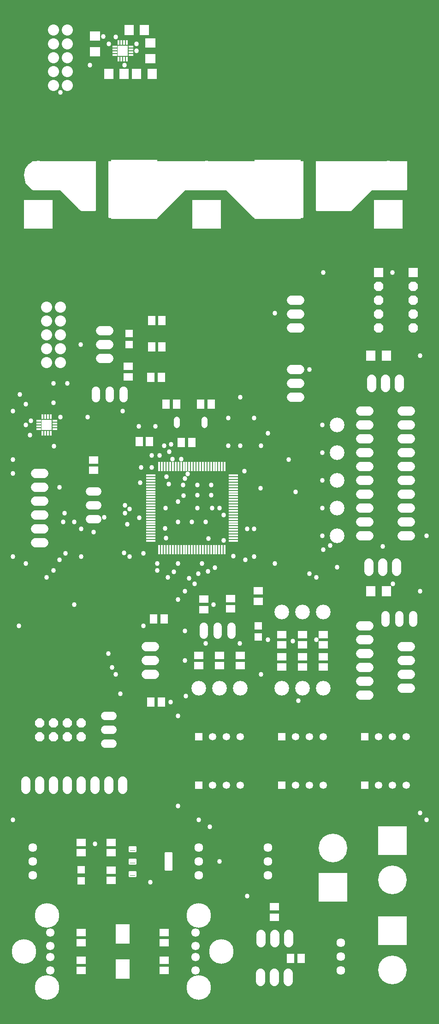
<source format=gbr>
G04 EAGLE Gerber RS-274X export*
G75*
%MOMM*%
%FSLAX34Y34*%
%LPD*%
%INSoldermask Top*%
%IPNEG*%
%AMOC8*
5,1,8,0,0,1.08239X$1,22.5*%
G01*
%ADD10R,1.652400X1.452400*%
%ADD11R,1.752400X1.952400*%
%ADD12R,1.952400X1.752400*%
%ADD13R,1.452400X1.652400*%
%ADD14C,2.032000*%
%ADD15R,5.252400X5.252400*%
%ADD16C,5.252400*%
%ADD17P,1.814519X8X202.500000*%
%ADD18R,0.952400X0.452400*%
%ADD19R,0.452400X0.952400*%
%ADD20R,1.952400X1.952400*%
%ADD21R,0.452400X1.752400*%
%ADD22R,1.752400X0.452400*%
%ADD23C,1.524000*%
%ADD24C,1.676400*%
%ADD25R,1.352400X1.352400*%
%ADD26P,1.869504X8X112.500000*%
%ADD27R,1.727200X1.727200*%
%ADD28C,1.117600*%
%ADD29R,1.752400X1.955400*%
%ADD30C,1.612391*%
%ADD31C,0.292247*%
%ADD32C,0.350975*%
%ADD33C,1.552400*%
%ADD34C,4.502400*%
%ADD35R,2.652400X3.652400*%
%ADD36C,1.352400*%
%ADD37R,3.202400X2.182400*%
%ADD38R,8.532400X10.812400*%
%ADD39C,2.692400*%
%ADD40C,0.858000*%

G36*
X279498Y1446543D02*
X279498Y1446543D01*
X279597Y1446546D01*
X279655Y1446563D01*
X279716Y1446571D01*
X279808Y1446607D01*
X279903Y1446635D01*
X279955Y1446665D01*
X280011Y1446688D01*
X280091Y1446746D01*
X280177Y1446796D01*
X280252Y1446862D01*
X280269Y1446874D01*
X280276Y1446884D01*
X280298Y1446903D01*
X330726Y1497331D01*
X405874Y1497331D01*
X456303Y1446903D01*
X456381Y1446842D01*
X456453Y1446774D01*
X456506Y1446745D01*
X456554Y1446708D01*
X456645Y1446668D01*
X456731Y1446620D01*
X456790Y1446605D01*
X456846Y1446581D01*
X456944Y1446566D01*
X457039Y1446541D01*
X457139Y1446535D01*
X457160Y1446531D01*
X457172Y1446533D01*
X457200Y1446531D01*
X546100Y1446531D01*
X546218Y1446546D01*
X546337Y1446553D01*
X546375Y1446566D01*
X546416Y1446571D01*
X546526Y1446614D01*
X546639Y1446651D01*
X546674Y1446673D01*
X546711Y1446688D01*
X546807Y1446758D01*
X546908Y1446821D01*
X546936Y1446851D01*
X546969Y1446874D01*
X547045Y1446966D01*
X547126Y1447053D01*
X547146Y1447088D01*
X547171Y1447119D01*
X547222Y1447227D01*
X547280Y1447331D01*
X547290Y1447371D01*
X547307Y1447407D01*
X547329Y1447524D01*
X547359Y1447639D01*
X547363Y1447700D01*
X547367Y1447720D01*
X547365Y1447740D01*
X547369Y1447800D01*
X547369Y1549400D01*
X547354Y1549518D01*
X547347Y1549637D01*
X547334Y1549675D01*
X547329Y1549716D01*
X547286Y1549826D01*
X547249Y1549939D01*
X547227Y1549974D01*
X547212Y1550011D01*
X547143Y1550107D01*
X547079Y1550208D01*
X547049Y1550236D01*
X547026Y1550269D01*
X546934Y1550345D01*
X546847Y1550426D01*
X546812Y1550446D01*
X546781Y1550471D01*
X546673Y1550522D01*
X546569Y1550580D01*
X546529Y1550590D01*
X546493Y1550607D01*
X546376Y1550629D01*
X546261Y1550659D01*
X546201Y1550663D01*
X546181Y1550667D01*
X546160Y1550665D01*
X546100Y1550669D01*
X190500Y1550669D01*
X190382Y1550654D01*
X190263Y1550647D01*
X190225Y1550634D01*
X190184Y1550629D01*
X190074Y1550586D01*
X189961Y1550549D01*
X189926Y1550527D01*
X189889Y1550512D01*
X189793Y1550443D01*
X189692Y1550379D01*
X189664Y1550349D01*
X189631Y1550326D01*
X189556Y1550234D01*
X189474Y1550147D01*
X189454Y1550112D01*
X189429Y1550081D01*
X189378Y1549973D01*
X189320Y1549869D01*
X189310Y1549829D01*
X189293Y1549793D01*
X189271Y1549676D01*
X189241Y1549561D01*
X189237Y1549501D01*
X189233Y1549481D01*
X189235Y1549460D01*
X189231Y1549400D01*
X189231Y1447800D01*
X189246Y1447682D01*
X189253Y1447563D01*
X189266Y1447525D01*
X189271Y1447484D01*
X189314Y1447374D01*
X189351Y1447261D01*
X189373Y1447226D01*
X189388Y1447189D01*
X189458Y1447093D01*
X189521Y1446992D01*
X189551Y1446964D01*
X189574Y1446931D01*
X189666Y1446856D01*
X189753Y1446774D01*
X189788Y1446754D01*
X189819Y1446729D01*
X189927Y1446678D01*
X190031Y1446620D01*
X190071Y1446610D01*
X190107Y1446593D01*
X190224Y1446571D01*
X190339Y1446541D01*
X190400Y1446537D01*
X190420Y1446533D01*
X190440Y1446535D01*
X190500Y1446531D01*
X279400Y1446531D01*
X279498Y1446543D01*
G37*
G36*
X635098Y1459243D02*
X635098Y1459243D01*
X635197Y1459246D01*
X635255Y1459263D01*
X635316Y1459271D01*
X635408Y1459307D01*
X635503Y1459335D01*
X635555Y1459365D01*
X635611Y1459388D01*
X635691Y1459446D01*
X635777Y1459496D01*
X635852Y1459562D01*
X635869Y1459574D01*
X635876Y1459584D01*
X635898Y1459603D01*
X673626Y1497331D01*
X736600Y1497331D01*
X736718Y1497346D01*
X736837Y1497353D01*
X736875Y1497366D01*
X736916Y1497371D01*
X737026Y1497414D01*
X737139Y1497451D01*
X737174Y1497473D01*
X737211Y1497488D01*
X737307Y1497558D01*
X737408Y1497621D01*
X737436Y1497651D01*
X737469Y1497674D01*
X737545Y1497766D01*
X737626Y1497853D01*
X737646Y1497888D01*
X737671Y1497919D01*
X737722Y1498027D01*
X737780Y1498131D01*
X737790Y1498171D01*
X737807Y1498207D01*
X737829Y1498324D01*
X737859Y1498439D01*
X737863Y1498500D01*
X737867Y1498520D01*
X737865Y1498540D01*
X737869Y1498600D01*
X737869Y1549400D01*
X737854Y1549518D01*
X737847Y1549637D01*
X737834Y1549675D01*
X737829Y1549716D01*
X737786Y1549826D01*
X737749Y1549939D01*
X737727Y1549974D01*
X737712Y1550011D01*
X737643Y1550107D01*
X737579Y1550208D01*
X737549Y1550236D01*
X737526Y1550269D01*
X737434Y1550345D01*
X737347Y1550426D01*
X737312Y1550446D01*
X737281Y1550471D01*
X737173Y1550522D01*
X737069Y1550580D01*
X737029Y1550590D01*
X736993Y1550607D01*
X736876Y1550629D01*
X736761Y1550659D01*
X736701Y1550663D01*
X736681Y1550667D01*
X736660Y1550665D01*
X736600Y1550669D01*
X571500Y1550669D01*
X571382Y1550654D01*
X571263Y1550647D01*
X571225Y1550634D01*
X571184Y1550629D01*
X571074Y1550586D01*
X570961Y1550549D01*
X570926Y1550527D01*
X570889Y1550512D01*
X570793Y1550443D01*
X570692Y1550379D01*
X570664Y1550349D01*
X570631Y1550326D01*
X570556Y1550234D01*
X570474Y1550147D01*
X570454Y1550112D01*
X570429Y1550081D01*
X570378Y1549973D01*
X570320Y1549869D01*
X570310Y1549829D01*
X570293Y1549793D01*
X570271Y1549676D01*
X570241Y1549561D01*
X570237Y1549501D01*
X570233Y1549481D01*
X570235Y1549460D01*
X570231Y1549400D01*
X570231Y1460500D01*
X570246Y1460382D01*
X570253Y1460263D01*
X570266Y1460225D01*
X570271Y1460184D01*
X570314Y1460074D01*
X570351Y1459961D01*
X570373Y1459926D01*
X570388Y1459889D01*
X570458Y1459793D01*
X570521Y1459692D01*
X570551Y1459664D01*
X570574Y1459631D01*
X570666Y1459556D01*
X570753Y1459474D01*
X570788Y1459454D01*
X570819Y1459429D01*
X570927Y1459378D01*
X571031Y1459320D01*
X571071Y1459310D01*
X571107Y1459293D01*
X571224Y1459271D01*
X571339Y1459241D01*
X571400Y1459237D01*
X571420Y1459233D01*
X571440Y1459235D01*
X571500Y1459231D01*
X635000Y1459231D01*
X635098Y1459243D01*
G37*
G36*
X165218Y1459246D02*
X165218Y1459246D01*
X165337Y1459253D01*
X165375Y1459266D01*
X165416Y1459271D01*
X165526Y1459314D01*
X165639Y1459351D01*
X165674Y1459373D01*
X165711Y1459388D01*
X165807Y1459458D01*
X165908Y1459521D01*
X165936Y1459551D01*
X165969Y1459574D01*
X166045Y1459666D01*
X166126Y1459753D01*
X166146Y1459788D01*
X166171Y1459819D01*
X166222Y1459927D01*
X166280Y1460031D01*
X166290Y1460071D01*
X166307Y1460107D01*
X166329Y1460224D01*
X166359Y1460339D01*
X166363Y1460400D01*
X166367Y1460420D01*
X166365Y1460440D01*
X166369Y1460500D01*
X166369Y1549400D01*
X166354Y1549518D01*
X166347Y1549637D01*
X166334Y1549675D01*
X166329Y1549716D01*
X166286Y1549826D01*
X166249Y1549939D01*
X166227Y1549974D01*
X166212Y1550011D01*
X166143Y1550107D01*
X166079Y1550208D01*
X166049Y1550236D01*
X166026Y1550269D01*
X165934Y1550345D01*
X165847Y1550426D01*
X165812Y1550446D01*
X165781Y1550471D01*
X165673Y1550522D01*
X165569Y1550580D01*
X165529Y1550590D01*
X165493Y1550607D01*
X165376Y1550629D01*
X165261Y1550659D01*
X165201Y1550663D01*
X165181Y1550667D01*
X165160Y1550665D01*
X165100Y1550669D01*
X50800Y1550669D01*
X50702Y1550657D01*
X50603Y1550654D01*
X50545Y1550637D01*
X50484Y1550629D01*
X50392Y1550593D01*
X50297Y1550565D01*
X50245Y1550535D01*
X50189Y1550512D01*
X50109Y1550454D01*
X50023Y1550404D01*
X49948Y1550338D01*
X49931Y1550326D01*
X49924Y1550316D01*
X49903Y1550298D01*
X37203Y1537598D01*
X37142Y1537519D01*
X37074Y1537447D01*
X37045Y1537394D01*
X37008Y1537346D01*
X36968Y1537255D01*
X36920Y1537169D01*
X36905Y1537110D01*
X36881Y1537054D01*
X36866Y1536956D01*
X36841Y1536861D01*
X36835Y1536761D01*
X36831Y1536740D01*
X36833Y1536728D01*
X36831Y1536700D01*
X36831Y1511300D01*
X36843Y1511202D01*
X36846Y1511103D01*
X36863Y1511045D01*
X36871Y1510984D01*
X36907Y1510892D01*
X36935Y1510797D01*
X36965Y1510745D01*
X36988Y1510689D01*
X37046Y1510609D01*
X37096Y1510523D01*
X37162Y1510448D01*
X37174Y1510431D01*
X37184Y1510424D01*
X37203Y1510403D01*
X49903Y1497703D01*
X49981Y1497642D01*
X50053Y1497574D01*
X50106Y1497545D01*
X50154Y1497508D01*
X50245Y1497468D01*
X50331Y1497420D01*
X50390Y1497405D01*
X50446Y1497381D01*
X50544Y1497366D01*
X50639Y1497341D01*
X50739Y1497335D01*
X50760Y1497331D01*
X50772Y1497333D01*
X50800Y1497331D01*
X101074Y1497331D01*
X138803Y1459603D01*
X138881Y1459542D01*
X138953Y1459474D01*
X139006Y1459445D01*
X139054Y1459408D01*
X139145Y1459368D01*
X139231Y1459320D01*
X139290Y1459305D01*
X139346Y1459281D01*
X139444Y1459266D01*
X139539Y1459241D01*
X139639Y1459235D01*
X139660Y1459231D01*
X139672Y1459233D01*
X139700Y1459231D01*
X165100Y1459231D01*
X165218Y1459246D01*
G37*
D10*
X194310Y231800D03*
X194310Y250800D03*
D11*
X255300Y1790700D03*
X227300Y1790700D03*
D12*
X266700Y1738600D03*
X266700Y1766600D03*
D10*
X194310Y301600D03*
X194310Y282600D03*
D11*
X190470Y1710690D03*
X218470Y1710690D03*
D12*
X165100Y1779300D03*
X165100Y1751300D03*
D13*
X295300Y1104900D03*
X314300Y1104900D03*
X377800Y1104900D03*
X358800Y1104900D03*
D14*
X76200Y1282700D03*
X101600Y1282700D03*
X76200Y1257300D03*
X101600Y1257300D03*
X76200Y1231900D03*
X101600Y1231900D03*
X76200Y1206500D03*
X101600Y1206500D03*
X76200Y1181100D03*
X101600Y1181100D03*
D15*
X711200Y139700D03*
D16*
X711200Y68070D03*
D15*
X60960Y1452880D03*
D16*
X60960Y1524510D03*
D15*
X369570Y1452880D03*
D16*
X369570Y1524510D03*
D17*
X139700Y520700D03*
X114300Y520700D03*
X88900Y520700D03*
X63500Y520700D03*
X139700Y495300D03*
X114300Y495300D03*
X88900Y495300D03*
X63500Y495300D03*
D18*
X61200Y1074300D03*
X61200Y1069300D03*
X61200Y1064300D03*
X61200Y1059300D03*
D19*
X68700Y1051800D03*
X73700Y1051800D03*
X78700Y1051800D03*
X83700Y1051800D03*
D18*
X91200Y1059300D03*
X91200Y1064300D03*
X91200Y1069300D03*
X91200Y1074300D03*
D19*
X83700Y1081800D03*
X78700Y1081800D03*
X73700Y1081800D03*
X68700Y1081800D03*
D20*
X76200Y1066800D03*
D18*
X200900Y1760100D03*
X200900Y1755100D03*
X200900Y1750100D03*
X200900Y1745100D03*
D19*
X208400Y1737600D03*
X213400Y1737600D03*
X218400Y1737600D03*
X223400Y1737600D03*
D18*
X230900Y1745100D03*
X230900Y1750100D03*
X230900Y1755100D03*
X230900Y1760100D03*
D19*
X223400Y1767600D03*
X218400Y1767600D03*
X213400Y1767600D03*
X208400Y1767600D03*
D20*
X215900Y1752600D03*
D21*
X402900Y990400D03*
X397900Y990400D03*
X392900Y990400D03*
X387900Y990400D03*
X382900Y990400D03*
X377900Y990400D03*
X372900Y990400D03*
X367900Y990400D03*
X362900Y990400D03*
X357900Y990400D03*
X352900Y990400D03*
X347900Y990400D03*
X342900Y990400D03*
X337900Y990400D03*
X332900Y990400D03*
X327900Y990400D03*
X322900Y990400D03*
X317900Y990400D03*
X312900Y990400D03*
X307900Y990400D03*
X302900Y990400D03*
X297900Y990400D03*
X292900Y990400D03*
X287900Y990400D03*
X282900Y990400D03*
D22*
X266900Y974400D03*
X266900Y969400D03*
X266900Y964400D03*
X266900Y959400D03*
X266900Y954400D03*
X266900Y949400D03*
X266900Y944400D03*
X266900Y939400D03*
X266900Y934400D03*
X266900Y929400D03*
X266900Y924400D03*
X266900Y919400D03*
X266900Y914400D03*
X266900Y909400D03*
X266900Y904400D03*
X266900Y899400D03*
X266900Y894400D03*
X266900Y889400D03*
X266900Y884400D03*
X266900Y879400D03*
X266900Y874400D03*
X266900Y869400D03*
X266900Y864400D03*
X266900Y859400D03*
X266900Y854400D03*
D21*
X282900Y838400D03*
X287900Y838400D03*
X292900Y838400D03*
X297900Y838400D03*
X302900Y838400D03*
X307900Y838400D03*
X312900Y838400D03*
X317900Y838400D03*
X322900Y838400D03*
X327900Y838400D03*
X332900Y838400D03*
X337900Y838400D03*
X342900Y838400D03*
X347900Y838400D03*
X352900Y838400D03*
X357900Y838400D03*
X362900Y838400D03*
X367900Y838400D03*
X372900Y838400D03*
X377900Y838400D03*
X382900Y838400D03*
X387900Y838400D03*
X392900Y838400D03*
X397900Y838400D03*
X402900Y838400D03*
D22*
X418900Y854400D03*
X418900Y859400D03*
X418900Y864400D03*
X418900Y869400D03*
X418900Y874400D03*
X418900Y879400D03*
X418900Y884400D03*
X418900Y889400D03*
X418900Y894400D03*
X418900Y899400D03*
X418900Y904400D03*
X418900Y909400D03*
X418900Y914400D03*
X418900Y919400D03*
X418900Y924400D03*
X418900Y929400D03*
X418900Y934400D03*
X418900Y939400D03*
X418900Y944400D03*
X418900Y949400D03*
X418900Y954400D03*
X418900Y959400D03*
X418900Y964400D03*
X418900Y969400D03*
X418900Y974400D03*
D14*
X88900Y1790700D03*
X114300Y1790700D03*
X88900Y1765300D03*
X114300Y1765300D03*
X88900Y1739900D03*
X114300Y1739900D03*
X88900Y1714500D03*
X114300Y1714500D03*
X88900Y1689100D03*
X114300Y1689100D03*
D23*
X415290Y696468D02*
X415290Y682752D01*
X389890Y682752D02*
X389890Y696468D01*
X364490Y696468D02*
X364490Y682752D01*
X217170Y1115822D02*
X217170Y1129538D01*
X191770Y1129538D02*
X191770Y1115822D01*
X166370Y1115822D02*
X166370Y1129538D01*
D24*
X71120Y977900D02*
X55880Y977900D01*
X55880Y952500D02*
X71120Y952500D01*
X71120Y927100D02*
X55880Y927100D01*
X55880Y901700D02*
X71120Y901700D01*
X71120Y876300D02*
X55880Y876300D01*
X55880Y850900D02*
X71120Y850900D01*
D25*
X227330Y1213780D03*
X227330Y1234780D03*
X139700Y230800D03*
X139700Y251800D03*
D26*
X685800Y1244600D03*
X685800Y1270000D03*
X685800Y1295400D03*
X685800Y1320800D03*
D27*
X685800Y1346200D03*
D15*
X711200Y304800D03*
D16*
X711200Y233170D03*
D24*
X520700Y133350D02*
X520700Y118110D01*
X495300Y118110D02*
X495300Y133350D01*
X469900Y133350D02*
X469900Y118110D01*
D28*
X365760Y1067054D02*
X365760Y1076706D01*
X314960Y1076706D02*
X314960Y1067054D01*
D24*
X525780Y1168400D02*
X541020Y1168400D01*
X541020Y1143000D02*
X525780Y1143000D01*
X525780Y1117600D02*
X541020Y1117600D01*
X541020Y1295400D02*
X525780Y1295400D01*
X525780Y1270000D02*
X541020Y1270000D01*
X541020Y1244600D02*
X525780Y1244600D01*
X668020Y814070D02*
X668020Y798830D01*
X693420Y798830D02*
X693420Y814070D01*
X718820Y814070D02*
X718820Y798830D01*
X468630Y62230D02*
X468630Y46990D01*
X494030Y46990D02*
X494030Y62230D01*
X519430Y62230D02*
X519430Y46990D01*
X673100Y1135380D02*
X673100Y1150620D01*
X698500Y1150620D02*
X698500Y1135380D01*
X723900Y1135380D02*
X723900Y1150620D01*
D13*
X264770Y1036320D03*
X245770Y1036320D03*
X267360Y1154430D03*
X286360Y1154430D03*
D10*
X414020Y748640D03*
X414020Y729640D03*
X364490Y728370D03*
X364490Y747370D03*
D13*
X342240Y1035050D03*
X323240Y1035050D03*
D10*
X292100Y136500D03*
X292100Y117500D03*
X292100Y85700D03*
X292100Y66700D03*
X139700Y66700D03*
X139700Y85700D03*
X139700Y117500D03*
X139700Y136500D03*
D29*
X241050Y1710690D03*
X269490Y1710690D03*
D26*
X749300Y1244600D03*
X749300Y1270000D03*
X749300Y1295400D03*
X749300Y1320800D03*
D27*
X749300Y1346200D03*
D24*
X190500Y1188720D02*
X175260Y1188720D01*
X175260Y1214120D02*
X190500Y1214120D01*
X190500Y1239520D02*
X175260Y1239520D01*
X259080Y660400D02*
X274320Y660400D01*
X274320Y635000D02*
X259080Y635000D01*
X259080Y609600D02*
X274320Y609600D01*
D30*
X482600Y241300D03*
X482600Y266700D03*
X482600Y292100D03*
X50800Y241300D03*
X50800Y266700D03*
X50800Y292100D03*
X355600Y241300D03*
X355600Y266700D03*
X355600Y292100D03*
X615950Y118110D03*
X615950Y92710D03*
X615950Y67310D03*
D31*
X227399Y285649D02*
X227399Y293551D01*
X239101Y293551D01*
X239101Y285649D01*
X227399Y285649D01*
X227399Y288425D02*
X239101Y288425D01*
X239101Y291201D02*
X227399Y291201D01*
X227399Y270651D02*
X227399Y262749D01*
X227399Y270651D02*
X239101Y270651D01*
X239101Y262749D01*
X227399Y262749D01*
X227399Y265525D02*
X239101Y265525D01*
X239101Y268301D02*
X227399Y268301D01*
X227399Y247751D02*
X227399Y239849D01*
X227399Y247751D02*
X239101Y247751D01*
X239101Y239849D01*
X227399Y239849D01*
X227399Y242625D02*
X239101Y242625D01*
X239101Y245401D02*
X227399Y245401D01*
D32*
X294593Y251493D02*
X294593Y281907D01*
X305707Y281907D01*
X305707Y251493D01*
X294593Y251493D01*
X294593Y254827D02*
X305707Y254827D01*
X305707Y258161D02*
X294593Y258161D01*
X294593Y261495D02*
X305707Y261495D01*
X305707Y264829D02*
X294593Y264829D01*
X294593Y268163D02*
X305707Y268163D01*
X305707Y271497D02*
X294593Y271497D01*
X294593Y274831D02*
X305707Y274831D01*
X305707Y278165D02*
X294593Y278165D01*
X294593Y281499D02*
X305707Y281499D01*
D33*
X349300Y136600D03*
X349300Y111600D03*
X349300Y91600D03*
X349300Y66600D03*
D34*
X355300Y35900D03*
X397100Y101600D03*
X355300Y167300D03*
D33*
X82500Y66600D03*
X82500Y91600D03*
X82500Y111600D03*
X82500Y136600D03*
D34*
X76500Y167300D03*
X34700Y101600D03*
X76500Y35900D03*
D15*
X703580Y1452880D03*
D16*
X703580Y1524510D03*
D24*
X668020Y939800D02*
X652780Y939800D01*
X652780Y965200D02*
X668020Y965200D01*
X668020Y990600D02*
X652780Y990600D01*
X652780Y1016000D02*
X668020Y1016000D01*
X668020Y1041400D02*
X652780Y1041400D01*
X652780Y1066800D02*
X668020Y1066800D01*
X668020Y1092200D02*
X652780Y1092200D01*
X652780Y914400D02*
X668020Y914400D01*
X668020Y889000D02*
X652780Y889000D01*
X652780Y863600D02*
X668020Y863600D01*
X728980Y939800D02*
X744220Y939800D01*
X744220Y965200D02*
X728980Y965200D01*
X728980Y990600D02*
X744220Y990600D01*
X744220Y1016000D02*
X728980Y1016000D01*
X728980Y1041400D02*
X744220Y1041400D01*
X744220Y1066800D02*
X728980Y1066800D01*
X728980Y1092200D02*
X744220Y1092200D01*
X744220Y914400D02*
X728980Y914400D01*
X728980Y889000D02*
X744220Y889000D01*
X744220Y863600D02*
X728980Y863600D01*
D10*
X162560Y1002640D03*
X162560Y983640D03*
D23*
X169418Y894080D02*
X155702Y894080D01*
X155702Y919480D02*
X169418Y919480D01*
X169418Y944880D02*
X155702Y944880D01*
D24*
X728980Y584200D02*
X744220Y584200D01*
X744220Y609600D02*
X728980Y609600D01*
X728980Y635000D02*
X744220Y635000D01*
X744220Y660400D02*
X728980Y660400D01*
D35*
X215900Y134100D03*
X215900Y69100D03*
D25*
X660400Y406400D03*
D36*
X685800Y406400D03*
X711200Y406400D03*
X736600Y406400D03*
D25*
X660400Y495300D03*
D36*
X685800Y495300D03*
X711200Y495300D03*
X736600Y495300D03*
D25*
X355600Y406400D03*
D36*
X381000Y406400D03*
X406400Y406400D03*
X431800Y406400D03*
D25*
X355600Y495300D03*
D36*
X381000Y495300D03*
X406400Y495300D03*
X431800Y495300D03*
D25*
X508000Y406400D03*
D36*
X533400Y406400D03*
X558800Y406400D03*
X584200Y406400D03*
D25*
X508000Y495300D03*
D36*
X533400Y495300D03*
X558800Y495300D03*
X584200Y495300D03*
D10*
X508000Y622960D03*
X508000Y641960D03*
X546100Y622960D03*
X546100Y641960D03*
X584200Y622960D03*
X584200Y641960D03*
X355600Y625500D03*
X355600Y644500D03*
X393700Y625500D03*
X393700Y644500D03*
X431800Y625500D03*
X431800Y644500D03*
X508000Y682600D03*
X508000Y663600D03*
X546100Y682600D03*
X546100Y663600D03*
X584200Y682600D03*
X584200Y663600D03*
D37*
X150460Y1524000D03*
X150460Y1473200D03*
D38*
X236610Y1498600D03*
D37*
X586140Y1473200D03*
X586140Y1524000D03*
D38*
X499990Y1498600D03*
D10*
X139700Y301600D03*
X139700Y282600D03*
D13*
X542900Y88900D03*
X523900Y88900D03*
D10*
X494030Y183490D03*
X494030Y164490D03*
D13*
X291440Y711200D03*
X272440Y711200D03*
X267360Y558800D03*
X286360Y558800D03*
D10*
X226060Y1155090D03*
X226060Y1174090D03*
D24*
X38100Y414020D02*
X38100Y398780D01*
X63500Y398780D02*
X63500Y414020D01*
X88900Y414020D02*
X88900Y398780D01*
X114300Y398780D02*
X114300Y414020D01*
X139700Y414020D02*
X139700Y398780D01*
X165100Y398780D02*
X165100Y414020D01*
X190500Y414020D02*
X190500Y398780D01*
X215900Y398780D02*
X215900Y414020D01*
D23*
X197358Y533400D02*
X183642Y533400D01*
X183642Y508000D02*
X197358Y508000D01*
X197358Y482600D02*
X183642Y482600D01*
D24*
X652780Y571500D02*
X668020Y571500D01*
X668020Y596900D02*
X652780Y596900D01*
X652780Y622300D02*
X668020Y622300D01*
X668020Y647700D02*
X652780Y647700D01*
X652780Y673100D02*
X668020Y673100D01*
X668020Y698500D02*
X652780Y698500D01*
D23*
X698500Y704342D02*
X698500Y718058D01*
X723900Y718058D02*
X723900Y704342D01*
X749300Y704342D02*
X749300Y718058D01*
D10*
X464820Y762610D03*
X464820Y743610D03*
D25*
X464820Y677840D03*
X464820Y698840D03*
D29*
X700020Y762000D03*
X671580Y762000D03*
X700020Y1193800D03*
X671580Y1193800D03*
D39*
X508000Y584200D03*
X546100Y584200D03*
X584200Y584200D03*
X355600Y584200D03*
X393700Y584200D03*
X431800Y584200D03*
X508000Y723900D03*
X546100Y723900D03*
X584200Y723900D03*
D15*
X601980Y219710D03*
D16*
X601980Y291340D03*
D39*
X609600Y863600D03*
X609600Y914400D03*
X609600Y965200D03*
X609600Y1016000D03*
X609600Y1066800D03*
D13*
X287630Y1210310D03*
X268630Y1210310D03*
X268630Y1258570D03*
X287630Y1258570D03*
D40*
X249580Y989330D03*
X368300Y889000D03*
X317420Y889080D03*
X342900Y889000D03*
X327355Y936955D03*
X353060Y937920D03*
X378460Y937920D03*
X306703Y1003960D03*
X331800Y569900D03*
X38100Y1104900D03*
X303840Y558800D03*
X538480Y561340D03*
X469900Y609600D03*
X88900Y1143000D03*
X114300Y1143000D03*
X419100Y826460D03*
X38100Y1066800D03*
X547700Y662000D03*
X45174Y1048474D03*
X266700Y228600D03*
X355600Y342900D03*
X773423Y342900D03*
X773369Y863600D03*
X165100Y299200D03*
X139700Y301600D03*
X353060Y956920D03*
X326390Y956920D03*
X254000Y831850D03*
X401320Y855370D03*
X352400Y914400D03*
X294640Y914400D03*
X380194Y914400D03*
X89550Y1028050D03*
X13942Y342900D03*
X13942Y825500D03*
X378460Y956920D03*
X762000Y355600D03*
X762000Y1193800D03*
X700020Y1193800D03*
X317500Y812800D03*
X317500Y368300D03*
X13942Y1092200D03*
X275590Y1064260D03*
X13942Y977900D03*
X317500Y533400D03*
X215900Y1092200D03*
X364490Y747370D03*
X317500Y746760D03*
X700020Y762000D03*
X762000Y762000D03*
X409600Y1079500D03*
X439420Y982320D03*
X409600Y1028700D03*
X13942Y1003300D03*
X247650Y961230D03*
X88930Y1107440D03*
X494030Y183490D03*
X375920Y330200D03*
X196370Y622300D03*
X508000Y581640D03*
X189540Y647700D03*
X546100Y581640D03*
X430530Y666750D03*
X368300Y666750D03*
X335192Y976840D03*
X468602Y951202D03*
X355600Y581640D03*
X211272Y574040D03*
X393700Y581640D03*
X301582Y1017620D03*
X482600Y1051560D03*
X508000Y727100D03*
X323169Y1003960D03*
X520700Y1003300D03*
X546100Y727100D03*
X254000Y698500D03*
X584200Y581640D03*
X203200Y609600D03*
X431800Y581640D03*
X330200Y968980D03*
X533400Y944372D03*
X584200Y727100D03*
X295300Y859790D03*
X372720Y858520D03*
X138430Y1214120D03*
X139700Y876300D03*
X25400Y698500D03*
X26670Y1122680D03*
X330200Y635000D03*
X330200Y689610D03*
X218102Y832330D03*
X110490Y831370D03*
X139700Y825500D03*
X228600Y825500D03*
X99975Y952500D03*
X99975Y819731D03*
X440690Y819630D03*
X382827Y737859D03*
X106805Y889000D03*
X127000Y737870D03*
X293370Y877570D03*
X584200Y1346200D03*
X571500Y787400D03*
X337820Y786130D03*
X127000Y889000D03*
X223774Y884654D03*
X431800Y1117600D03*
X469900Y1028700D03*
X431800Y1028700D03*
X457200Y1079500D03*
X246039Y896846D03*
X101600Y1081250D03*
X181836Y897890D03*
X151130Y1081250D03*
X46990Y1074420D03*
X228600Y912570D03*
X279400Y812800D03*
X38100Y812800D03*
X76200Y787400D03*
X298450Y787400D03*
X88900Y800100D03*
X279400Y800100D03*
X109220Y905510D03*
X219710Y905510D03*
X582680Y1066800D03*
X304800Y1031410D03*
X582680Y1016000D03*
X292100Y1028700D03*
X582680Y965200D03*
X283210Y1010920D03*
X582680Y863600D03*
X400768Y901700D03*
X190500Y1765300D03*
X218880Y1726266D03*
X155874Y1726266D03*
X241300Y1752600D03*
X241300Y1765300D03*
X255300Y1790700D03*
X203200Y1778000D03*
X269490Y1710690D03*
X101600Y1676400D03*
X180340Y1779270D03*
X165100Y1751300D03*
X218470Y1710690D03*
X241050Y1710690D03*
X347980Y775970D03*
X711200Y1346200D03*
X711699Y775199D03*
X219710Y919480D03*
X162560Y870176D03*
X292100Y136500D03*
X444500Y203200D03*
X582680Y914400D03*
X393700Y914400D03*
X296070Y971720D03*
X317500Y925860D03*
X372110Y798830D03*
X309400Y797560D03*
X393700Y266700D03*
X558800Y1168400D03*
X354730Y794230D03*
X558800Y794230D03*
X495300Y812800D03*
X495300Y1271520D03*
X361560Y812546D03*
X457200Y825500D03*
X457200Y876300D03*
X596688Y845820D03*
X584200Y838200D03*
X444500Y876300D03*
X385005Y805254D03*
X609600Y805970D03*
X139700Y66700D03*
X571500Y673100D03*
X528320Y670560D03*
X482600Y673100D03*
X693420Y844550D03*
X330200Y762000D03*
X464820Y762610D03*
X300330Y958850D03*
X264770Y1036320D03*
X268580Y989330D03*
X268580Y1010920D03*
X245110Y1064260D03*
M02*

</source>
